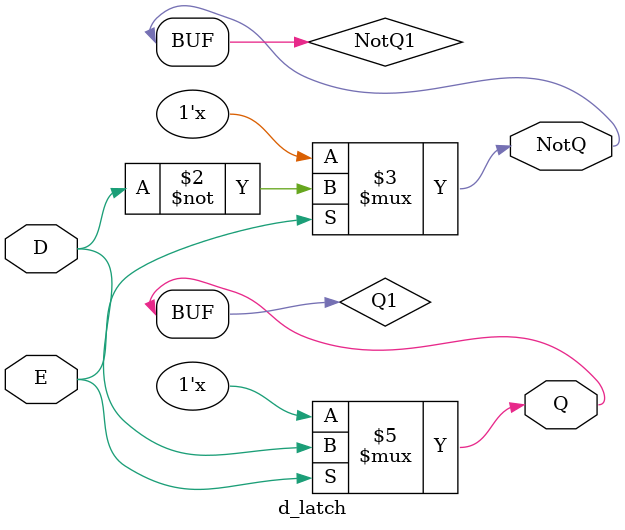
<source format=v>
module d_latch(
    input D, E,
    output Q, NotQ
);

    // Will contain D-Latch behavior
    reg Q1, NotQ1;

    always @(*) begin
        if (E) begin
            Q1 <= D;
            NotQ1 <= ~D;
        end
    end

    assign Q = Q1;
    assign NotQ = NotQ1;

endmodule
</source>
